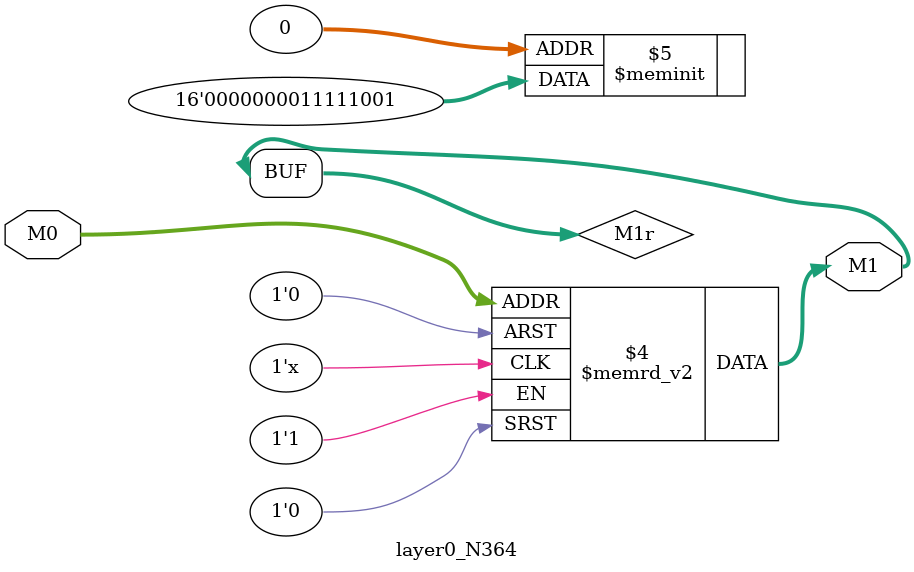
<source format=v>
module layer0_N364 ( input [2:0] M0, output [1:0] M1 );

	(*rom_style = "distributed" *) reg [1:0] M1r;
	assign M1 = M1r;
	always @ (M0) begin
		case (M0)
			3'b000: M1r = 2'b01;
			3'b100: M1r = 2'b00;
			3'b010: M1r = 2'b11;
			3'b110: M1r = 2'b00;
			3'b001: M1r = 2'b10;
			3'b101: M1r = 2'b00;
			3'b011: M1r = 2'b11;
			3'b111: M1r = 2'b00;

		endcase
	end
endmodule

</source>
